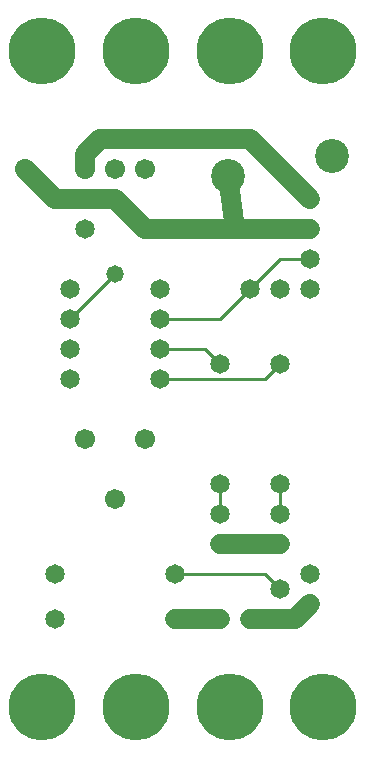
<source format=gbl>
%MOIN*%
%FSLAX25Y25*%
G04 D10 used for Character Trace; *
G04     Circle (OD=.01000) (No hole)*
G04 D11 used for Power Trace; *
G04     Circle (OD=.06700) (No hole)*
G04 D12 used for Signal Trace; *
G04     Circle (OD=.01100) (No hole)*
G04 D13 used for Via; *
G04     Circle (OD=.05800) (Round. Hole ID=.02800)*
G04 D14 used for Component hole; *
G04     Circle (OD=.06500) (Round. Hole ID=.03500)*
G04 D15 used for Component hole; *
G04     Circle (OD=.06700) (Round. Hole ID=.04300)*
G04 D16 used for Component hole; *
G04     Circle (OD=.08100) (Round. Hole ID=.05100)*
G04 D17 used for Component hole; *
G04     Circle (OD=.08900) (Round. Hole ID=.05900)*
G04 D18 used for Component hole; *
G04     Circle (OD=.11300) (Round. Hole ID=.08300)*
G04 D19 used for Component hole; *
G04     Circle (OD=.16000) (Round. Hole ID=.13000)*
G04 D20 used for Component hole; *
G04     Circle (OD=.18300) (Round. Hole ID=.15300)*
G04 D21 used for Component hole; *
G04     Circle (OD=.22291) (Round. Hole ID=.19291)*
%ADD10C,.01000*%
%ADD11C,.06700*%
%ADD12C,.01100*%
%ADD13C,.05800*%
%ADD14C,.06500*%
%ADD15C,.06700*%
%ADD16C,.08100*%
%ADD17C,.08900*%
%ADD18C,.11300*%
%ADD19C,.16000*%
%ADD20C,.18300*%
%ADD21C,.22291*%
%IPPOS*%
%LPD*%
G90*X0Y0D02*D21*X15625Y15625D03*D14*              
X20000Y45000D03*D21*X46875Y15625D03*D14*          
X60000Y60000D03*D12*X90000D01*X95000Y55000D01*D14*
D03*X85000Y45000D03*D11*X100000D01*               
X105000Y50000D01*D14*D03*Y60000D03*               
X95000Y70000D03*D11*X75000D01*D14*D03*Y80000D03*  
D12*Y90000D01*D14*D03*X95000Y80000D03*D12*        
Y90000D01*D14*D03*D12*X55000Y125000D02*X90000D01* 
D14*X55000D03*Y135000D03*D12*X70000D01*           
X75000Y130000D01*D14*D03*D12*X90000Y125000D02*    
X95000Y130000D01*D14*D03*D12*X55000Y145000D02*    
X75000D01*D14*X55000D03*Y155000D03*D13*           
X40000Y160000D03*D12*X25000Y145000D01*D14*D03*    
Y155000D03*Y135000D03*Y125000D03*X50000Y175000D03*
D11*X80000D01*X105000D01*D14*D03*D12*             
X85000Y155000D02*X95000Y165000D01*D14*            
X85000Y155000D03*D12*X75000Y145000D01*            
X95000Y165000D02*X105000D01*D14*D03*              
X95000Y155000D03*X105000D03*Y185000D03*D11*       
X85000Y205000D01*X35000D01*X30000Y200000D01*      
Y195000D01*D15*D03*D11*X50000Y175000D02*          
X40000Y185000D01*X20000D01*X10000Y195000D01*D15*  
D03*D14*X30000Y175000D03*D15*X40000Y195000D03*D21*
X46875Y234375D03*X15625D03*D15*X50000Y195000D03*  
D11*X80000Y175000D02*X77600Y192700D01*D18*D03*    
X112400Y199400D03*D21*X109375Y234375D03*X78125D03*
D15*X30000Y105000D03*X50000D03*X40000Y85000D03*   
D14*X20000Y60000D03*X60000Y45000D03*D11*X75000D01*
D14*D03*D21*X78125Y15625D03*X109375D03*M02*       

</source>
